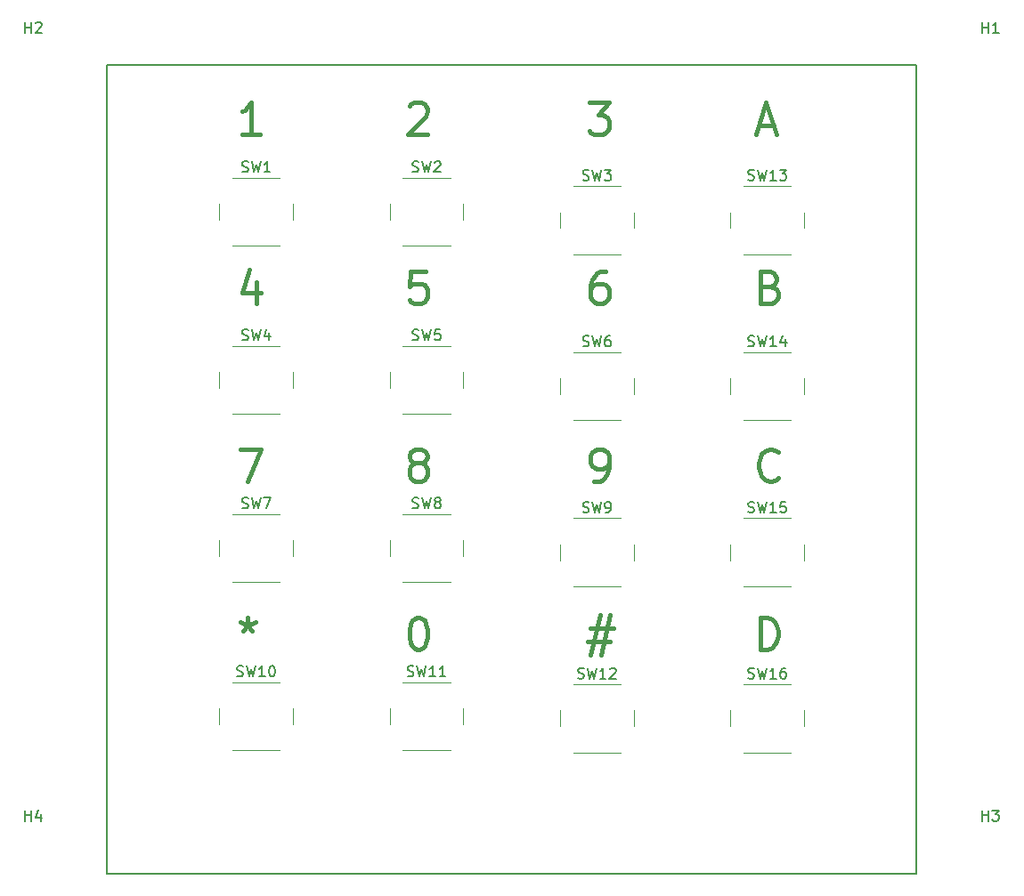
<source format=gbr>
%TF.GenerationSoftware,KiCad,Pcbnew,7.0.7*%
%TF.CreationDate,2023-12-23T12:05:02-04:00*%
%TF.ProjectId,teclado 4x4 i2c,7465636c-6164-46f2-9034-783420693263,rev?*%
%TF.SameCoordinates,Original*%
%TF.FileFunction,Legend,Top*%
%TF.FilePolarity,Positive*%
%FSLAX46Y46*%
G04 Gerber Fmt 4.6, Leading zero omitted, Abs format (unit mm)*
G04 Created by KiCad (PCBNEW 7.0.7) date 2023-12-23 12:05:02*
%MOMM*%
%LPD*%
G01*
G04 APERTURE LIST*
%ADD10C,0.400000*%
%ADD11C,0.150000*%
%ADD12C,0.120000*%
G04 APERTURE END LIST*
D10*
X160116636Y-123612057D02*
X160116636Y-120612057D01*
X160116636Y-120612057D02*
X160830922Y-120612057D01*
X160830922Y-120612057D02*
X161259493Y-120754914D01*
X161259493Y-120754914D02*
X161545208Y-121040628D01*
X161545208Y-121040628D02*
X161688065Y-121326342D01*
X161688065Y-121326342D02*
X161830922Y-121897771D01*
X161830922Y-121897771D02*
X161830922Y-122326342D01*
X161830922Y-122326342D02*
X161688065Y-122897771D01*
X161688065Y-122897771D02*
X161545208Y-123183485D01*
X161545208Y-123183485D02*
X161259493Y-123469200D01*
X161259493Y-123469200D02*
X160830922Y-123612057D01*
X160830922Y-123612057D02*
X160116636Y-123612057D01*
X161830922Y-107326342D02*
X161688065Y-107469200D01*
X161688065Y-107469200D02*
X161259493Y-107612057D01*
X161259493Y-107612057D02*
X160973779Y-107612057D01*
X160973779Y-107612057D02*
X160545208Y-107469200D01*
X160545208Y-107469200D02*
X160259493Y-107183485D01*
X160259493Y-107183485D02*
X160116636Y-106897771D01*
X160116636Y-106897771D02*
X159973779Y-106326342D01*
X159973779Y-106326342D02*
X159973779Y-105897771D01*
X159973779Y-105897771D02*
X160116636Y-105326342D01*
X160116636Y-105326342D02*
X160259493Y-105040628D01*
X160259493Y-105040628D02*
X160545208Y-104754914D01*
X160545208Y-104754914D02*
X160973779Y-104612057D01*
X160973779Y-104612057D02*
X161259493Y-104612057D01*
X161259493Y-104612057D02*
X161688065Y-104754914D01*
X161688065Y-104754914D02*
X161830922Y-104897771D01*
X144303030Y-107612057D02*
X144874459Y-107612057D01*
X144874459Y-107612057D02*
X145160173Y-107469200D01*
X145160173Y-107469200D02*
X145303030Y-107326342D01*
X145303030Y-107326342D02*
X145588745Y-106897771D01*
X145588745Y-106897771D02*
X145731602Y-106326342D01*
X145731602Y-106326342D02*
X145731602Y-105183485D01*
X145731602Y-105183485D02*
X145588745Y-104897771D01*
X145588745Y-104897771D02*
X145445888Y-104754914D01*
X145445888Y-104754914D02*
X145160173Y-104612057D01*
X145160173Y-104612057D02*
X144588745Y-104612057D01*
X144588745Y-104612057D02*
X144303030Y-104754914D01*
X144303030Y-104754914D02*
X144160173Y-104897771D01*
X144160173Y-104897771D02*
X144017316Y-105183485D01*
X144017316Y-105183485D02*
X144017316Y-105897771D01*
X144017316Y-105897771D02*
X144160173Y-106183485D01*
X144160173Y-106183485D02*
X144303030Y-106326342D01*
X144303030Y-106326342D02*
X144588745Y-106469200D01*
X144588745Y-106469200D02*
X145160173Y-106469200D01*
X145160173Y-106469200D02*
X145445888Y-106326342D01*
X145445888Y-106326342D02*
X145588745Y-106183485D01*
X145588745Y-106183485D02*
X145731602Y-105897771D01*
X144017316Y-121612057D02*
X146160173Y-121612057D01*
X144874459Y-120326342D02*
X144017316Y-124183485D01*
X145874459Y-122897771D02*
X143731602Y-122897771D01*
X145017316Y-124183485D02*
X145874459Y-120326342D01*
X127477983Y-120612057D02*
X127763697Y-120612057D01*
X127763697Y-120612057D02*
X128049411Y-120754914D01*
X128049411Y-120754914D02*
X128192269Y-120897771D01*
X128192269Y-120897771D02*
X128335126Y-121183485D01*
X128335126Y-121183485D02*
X128477983Y-121754914D01*
X128477983Y-121754914D02*
X128477983Y-122469200D01*
X128477983Y-122469200D02*
X128335126Y-123040628D01*
X128335126Y-123040628D02*
X128192269Y-123326342D01*
X128192269Y-123326342D02*
X128049411Y-123469200D01*
X128049411Y-123469200D02*
X127763697Y-123612057D01*
X127763697Y-123612057D02*
X127477983Y-123612057D01*
X127477983Y-123612057D02*
X127192269Y-123469200D01*
X127192269Y-123469200D02*
X127049411Y-123326342D01*
X127049411Y-123326342D02*
X126906554Y-123040628D01*
X126906554Y-123040628D02*
X126763697Y-122469200D01*
X126763697Y-122469200D02*
X126763697Y-121754914D01*
X126763697Y-121754914D02*
X126906554Y-121183485D01*
X126906554Y-121183485D02*
X127049411Y-120897771D01*
X127049411Y-120897771D02*
X127192269Y-120754914D01*
X127192269Y-120754914D02*
X127477983Y-120612057D01*
X111406014Y-120612057D02*
X111406014Y-121326342D01*
X110691728Y-121040628D02*
X111406014Y-121326342D01*
X111406014Y-121326342D02*
X112120299Y-121040628D01*
X110977442Y-121897771D02*
X111406014Y-121326342D01*
X111406014Y-121326342D02*
X111834585Y-121897771D01*
X127335126Y-105897771D02*
X127049411Y-105754914D01*
X127049411Y-105754914D02*
X126906554Y-105612057D01*
X126906554Y-105612057D02*
X126763697Y-105326342D01*
X126763697Y-105326342D02*
X126763697Y-105183485D01*
X126763697Y-105183485D02*
X126906554Y-104897771D01*
X126906554Y-104897771D02*
X127049411Y-104754914D01*
X127049411Y-104754914D02*
X127335126Y-104612057D01*
X127335126Y-104612057D02*
X127906554Y-104612057D01*
X127906554Y-104612057D02*
X128192269Y-104754914D01*
X128192269Y-104754914D02*
X128335126Y-104897771D01*
X128335126Y-104897771D02*
X128477983Y-105183485D01*
X128477983Y-105183485D02*
X128477983Y-105326342D01*
X128477983Y-105326342D02*
X128335126Y-105612057D01*
X128335126Y-105612057D02*
X128192269Y-105754914D01*
X128192269Y-105754914D02*
X127906554Y-105897771D01*
X127906554Y-105897771D02*
X127335126Y-105897771D01*
X127335126Y-105897771D02*
X127049411Y-106040628D01*
X127049411Y-106040628D02*
X126906554Y-106183485D01*
X126906554Y-106183485D02*
X126763697Y-106469200D01*
X126763697Y-106469200D02*
X126763697Y-107040628D01*
X126763697Y-107040628D02*
X126906554Y-107326342D01*
X126906554Y-107326342D02*
X127049411Y-107469200D01*
X127049411Y-107469200D02*
X127335126Y-107612057D01*
X127335126Y-107612057D02*
X127906554Y-107612057D01*
X127906554Y-107612057D02*
X128192269Y-107469200D01*
X128192269Y-107469200D02*
X128335126Y-107326342D01*
X128335126Y-107326342D02*
X128477983Y-107040628D01*
X128477983Y-107040628D02*
X128477983Y-106469200D01*
X128477983Y-106469200D02*
X128335126Y-106183485D01*
X128335126Y-106183485D02*
X128192269Y-106040628D01*
X128192269Y-106040628D02*
X127906554Y-105897771D01*
X110691728Y-104612057D02*
X112691728Y-104612057D01*
X112691728Y-104612057D02*
X111406014Y-107612057D01*
X112263157Y-88682944D02*
X112263157Y-90682944D01*
X111548871Y-87540087D02*
X110834585Y-89682944D01*
X110834585Y-89682944D02*
X112691728Y-89682944D01*
X128335126Y-87682944D02*
X126906554Y-87682944D01*
X126906554Y-87682944D02*
X126763697Y-89111515D01*
X126763697Y-89111515D02*
X126906554Y-88968658D01*
X126906554Y-88968658D02*
X127192269Y-88825801D01*
X127192269Y-88825801D02*
X127906554Y-88825801D01*
X127906554Y-88825801D02*
X128192269Y-88968658D01*
X128192269Y-88968658D02*
X128335126Y-89111515D01*
X128335126Y-89111515D02*
X128477983Y-89397229D01*
X128477983Y-89397229D02*
X128477983Y-90111515D01*
X128477983Y-90111515D02*
X128335126Y-90397229D01*
X128335126Y-90397229D02*
X128192269Y-90540087D01*
X128192269Y-90540087D02*
X127906554Y-90682944D01*
X127906554Y-90682944D02*
X127192269Y-90682944D01*
X127192269Y-90682944D02*
X126906554Y-90540087D01*
X126906554Y-90540087D02*
X126763697Y-90397229D01*
X145445888Y-87682944D02*
X144874459Y-87682944D01*
X144874459Y-87682944D02*
X144588745Y-87825801D01*
X144588745Y-87825801D02*
X144445888Y-87968658D01*
X144445888Y-87968658D02*
X144160173Y-88397229D01*
X144160173Y-88397229D02*
X144017316Y-88968658D01*
X144017316Y-88968658D02*
X144017316Y-90111515D01*
X144017316Y-90111515D02*
X144160173Y-90397229D01*
X144160173Y-90397229D02*
X144303030Y-90540087D01*
X144303030Y-90540087D02*
X144588745Y-90682944D01*
X144588745Y-90682944D02*
X145160173Y-90682944D01*
X145160173Y-90682944D02*
X145445888Y-90540087D01*
X145445888Y-90540087D02*
X145588745Y-90397229D01*
X145588745Y-90397229D02*
X145731602Y-90111515D01*
X145731602Y-90111515D02*
X145731602Y-89397229D01*
X145731602Y-89397229D02*
X145588745Y-89111515D01*
X145588745Y-89111515D02*
X145445888Y-88968658D01*
X145445888Y-88968658D02*
X145160173Y-88825801D01*
X145160173Y-88825801D02*
X144588745Y-88825801D01*
X144588745Y-88825801D02*
X144303030Y-88968658D01*
X144303030Y-88968658D02*
X144160173Y-89111515D01*
X144160173Y-89111515D02*
X144017316Y-89397229D01*
X161116636Y-89111515D02*
X161545208Y-89254372D01*
X161545208Y-89254372D02*
X161688065Y-89397229D01*
X161688065Y-89397229D02*
X161830922Y-89682944D01*
X161830922Y-89682944D02*
X161830922Y-90111515D01*
X161830922Y-90111515D02*
X161688065Y-90397229D01*
X161688065Y-90397229D02*
X161545208Y-90540087D01*
X161545208Y-90540087D02*
X161259493Y-90682944D01*
X161259493Y-90682944D02*
X160116636Y-90682944D01*
X160116636Y-90682944D02*
X160116636Y-87682944D01*
X160116636Y-87682944D02*
X161116636Y-87682944D01*
X161116636Y-87682944D02*
X161402351Y-87825801D01*
X161402351Y-87825801D02*
X161545208Y-87968658D01*
X161545208Y-87968658D02*
X161688065Y-88254372D01*
X161688065Y-88254372D02*
X161688065Y-88540087D01*
X161688065Y-88540087D02*
X161545208Y-88825801D01*
X161545208Y-88825801D02*
X161402351Y-88968658D01*
X161402351Y-88968658D02*
X161116636Y-89111515D01*
X161116636Y-89111515D02*
X160116636Y-89111515D01*
X159973779Y-73754914D02*
X161402351Y-73754914D01*
X159688065Y-74612057D02*
X160688065Y-71612057D01*
X160688065Y-71612057D02*
X161688065Y-74612057D01*
X143874459Y-71612057D02*
X145731602Y-71612057D01*
X145731602Y-71612057D02*
X144731602Y-72754914D01*
X144731602Y-72754914D02*
X145160173Y-72754914D01*
X145160173Y-72754914D02*
X145445888Y-72897771D01*
X145445888Y-72897771D02*
X145588745Y-73040628D01*
X145588745Y-73040628D02*
X145731602Y-73326342D01*
X145731602Y-73326342D02*
X145731602Y-74040628D01*
X145731602Y-74040628D02*
X145588745Y-74326342D01*
X145588745Y-74326342D02*
X145445888Y-74469200D01*
X145445888Y-74469200D02*
X145160173Y-74612057D01*
X145160173Y-74612057D02*
X144303030Y-74612057D01*
X144303030Y-74612057D02*
X144017316Y-74469200D01*
X144017316Y-74469200D02*
X143874459Y-74326342D01*
X126763697Y-71897771D02*
X126906554Y-71754914D01*
X126906554Y-71754914D02*
X127192269Y-71612057D01*
X127192269Y-71612057D02*
X127906554Y-71612057D01*
X127906554Y-71612057D02*
X128192269Y-71754914D01*
X128192269Y-71754914D02*
X128335126Y-71897771D01*
X128335126Y-71897771D02*
X128477983Y-72183485D01*
X128477983Y-72183485D02*
X128477983Y-72469200D01*
X128477983Y-72469200D02*
X128335126Y-72897771D01*
X128335126Y-72897771D02*
X126620840Y-74612057D01*
X126620840Y-74612057D02*
X128477983Y-74612057D01*
X112548871Y-74612057D02*
X110834585Y-74612057D01*
X111691728Y-74612057D02*
X111691728Y-71612057D01*
X111691728Y-71612057D02*
X111406014Y-72040628D01*
X111406014Y-72040628D02*
X111120299Y-72326342D01*
X111120299Y-72326342D02*
X110834585Y-72469200D01*
D11*
X98000000Y-68000000D02*
X175000000Y-68000000D01*
X175000000Y-145000000D01*
X98000000Y-145000000D01*
X98000000Y-68000000D01*
X158990476Y-126357200D02*
X159133333Y-126404819D01*
X159133333Y-126404819D02*
X159371428Y-126404819D01*
X159371428Y-126404819D02*
X159466666Y-126357200D01*
X159466666Y-126357200D02*
X159514285Y-126309580D01*
X159514285Y-126309580D02*
X159561904Y-126214342D01*
X159561904Y-126214342D02*
X159561904Y-126119104D01*
X159561904Y-126119104D02*
X159514285Y-126023866D01*
X159514285Y-126023866D02*
X159466666Y-125976247D01*
X159466666Y-125976247D02*
X159371428Y-125928628D01*
X159371428Y-125928628D02*
X159180952Y-125881009D01*
X159180952Y-125881009D02*
X159085714Y-125833390D01*
X159085714Y-125833390D02*
X159038095Y-125785771D01*
X159038095Y-125785771D02*
X158990476Y-125690533D01*
X158990476Y-125690533D02*
X158990476Y-125595295D01*
X158990476Y-125595295D02*
X159038095Y-125500057D01*
X159038095Y-125500057D02*
X159085714Y-125452438D01*
X159085714Y-125452438D02*
X159180952Y-125404819D01*
X159180952Y-125404819D02*
X159419047Y-125404819D01*
X159419047Y-125404819D02*
X159561904Y-125452438D01*
X159895238Y-125404819D02*
X160133333Y-126404819D01*
X160133333Y-126404819D02*
X160323809Y-125690533D01*
X160323809Y-125690533D02*
X160514285Y-126404819D01*
X160514285Y-126404819D02*
X160752381Y-125404819D01*
X161657142Y-126404819D02*
X161085714Y-126404819D01*
X161371428Y-126404819D02*
X161371428Y-125404819D01*
X161371428Y-125404819D02*
X161276190Y-125547676D01*
X161276190Y-125547676D02*
X161180952Y-125642914D01*
X161180952Y-125642914D02*
X161085714Y-125690533D01*
X162514285Y-125404819D02*
X162323809Y-125404819D01*
X162323809Y-125404819D02*
X162228571Y-125452438D01*
X162228571Y-125452438D02*
X162180952Y-125500057D01*
X162180952Y-125500057D02*
X162085714Y-125642914D01*
X162085714Y-125642914D02*
X162038095Y-125833390D01*
X162038095Y-125833390D02*
X162038095Y-126214342D01*
X162038095Y-126214342D02*
X162085714Y-126309580D01*
X162085714Y-126309580D02*
X162133333Y-126357200D01*
X162133333Y-126357200D02*
X162228571Y-126404819D01*
X162228571Y-126404819D02*
X162419047Y-126404819D01*
X162419047Y-126404819D02*
X162514285Y-126357200D01*
X162514285Y-126357200D02*
X162561904Y-126309580D01*
X162561904Y-126309580D02*
X162609523Y-126214342D01*
X162609523Y-126214342D02*
X162609523Y-125976247D01*
X162609523Y-125976247D02*
X162561904Y-125881009D01*
X162561904Y-125881009D02*
X162514285Y-125833390D01*
X162514285Y-125833390D02*
X162419047Y-125785771D01*
X162419047Y-125785771D02*
X162228571Y-125785771D01*
X162228571Y-125785771D02*
X162133333Y-125833390D01*
X162133333Y-125833390D02*
X162085714Y-125881009D01*
X162085714Y-125881009D02*
X162038095Y-125976247D01*
X158990476Y-110557200D02*
X159133333Y-110604819D01*
X159133333Y-110604819D02*
X159371428Y-110604819D01*
X159371428Y-110604819D02*
X159466666Y-110557200D01*
X159466666Y-110557200D02*
X159514285Y-110509580D01*
X159514285Y-110509580D02*
X159561904Y-110414342D01*
X159561904Y-110414342D02*
X159561904Y-110319104D01*
X159561904Y-110319104D02*
X159514285Y-110223866D01*
X159514285Y-110223866D02*
X159466666Y-110176247D01*
X159466666Y-110176247D02*
X159371428Y-110128628D01*
X159371428Y-110128628D02*
X159180952Y-110081009D01*
X159180952Y-110081009D02*
X159085714Y-110033390D01*
X159085714Y-110033390D02*
X159038095Y-109985771D01*
X159038095Y-109985771D02*
X158990476Y-109890533D01*
X158990476Y-109890533D02*
X158990476Y-109795295D01*
X158990476Y-109795295D02*
X159038095Y-109700057D01*
X159038095Y-109700057D02*
X159085714Y-109652438D01*
X159085714Y-109652438D02*
X159180952Y-109604819D01*
X159180952Y-109604819D02*
X159419047Y-109604819D01*
X159419047Y-109604819D02*
X159561904Y-109652438D01*
X159895238Y-109604819D02*
X160133333Y-110604819D01*
X160133333Y-110604819D02*
X160323809Y-109890533D01*
X160323809Y-109890533D02*
X160514285Y-110604819D01*
X160514285Y-110604819D02*
X160752381Y-109604819D01*
X161657142Y-110604819D02*
X161085714Y-110604819D01*
X161371428Y-110604819D02*
X161371428Y-109604819D01*
X161371428Y-109604819D02*
X161276190Y-109747676D01*
X161276190Y-109747676D02*
X161180952Y-109842914D01*
X161180952Y-109842914D02*
X161085714Y-109890533D01*
X162561904Y-109604819D02*
X162085714Y-109604819D01*
X162085714Y-109604819D02*
X162038095Y-110081009D01*
X162038095Y-110081009D02*
X162085714Y-110033390D01*
X162085714Y-110033390D02*
X162180952Y-109985771D01*
X162180952Y-109985771D02*
X162419047Y-109985771D01*
X162419047Y-109985771D02*
X162514285Y-110033390D01*
X162514285Y-110033390D02*
X162561904Y-110081009D01*
X162561904Y-110081009D02*
X162609523Y-110176247D01*
X162609523Y-110176247D02*
X162609523Y-110414342D01*
X162609523Y-110414342D02*
X162561904Y-110509580D01*
X162561904Y-110509580D02*
X162514285Y-110557200D01*
X162514285Y-110557200D02*
X162419047Y-110604819D01*
X162419047Y-110604819D02*
X162180952Y-110604819D01*
X162180952Y-110604819D02*
X162085714Y-110557200D01*
X162085714Y-110557200D02*
X162038095Y-110509580D01*
X158990476Y-94757200D02*
X159133333Y-94804819D01*
X159133333Y-94804819D02*
X159371428Y-94804819D01*
X159371428Y-94804819D02*
X159466666Y-94757200D01*
X159466666Y-94757200D02*
X159514285Y-94709580D01*
X159514285Y-94709580D02*
X159561904Y-94614342D01*
X159561904Y-94614342D02*
X159561904Y-94519104D01*
X159561904Y-94519104D02*
X159514285Y-94423866D01*
X159514285Y-94423866D02*
X159466666Y-94376247D01*
X159466666Y-94376247D02*
X159371428Y-94328628D01*
X159371428Y-94328628D02*
X159180952Y-94281009D01*
X159180952Y-94281009D02*
X159085714Y-94233390D01*
X159085714Y-94233390D02*
X159038095Y-94185771D01*
X159038095Y-94185771D02*
X158990476Y-94090533D01*
X158990476Y-94090533D02*
X158990476Y-93995295D01*
X158990476Y-93995295D02*
X159038095Y-93900057D01*
X159038095Y-93900057D02*
X159085714Y-93852438D01*
X159085714Y-93852438D02*
X159180952Y-93804819D01*
X159180952Y-93804819D02*
X159419047Y-93804819D01*
X159419047Y-93804819D02*
X159561904Y-93852438D01*
X159895238Y-93804819D02*
X160133333Y-94804819D01*
X160133333Y-94804819D02*
X160323809Y-94090533D01*
X160323809Y-94090533D02*
X160514285Y-94804819D01*
X160514285Y-94804819D02*
X160752381Y-93804819D01*
X161657142Y-94804819D02*
X161085714Y-94804819D01*
X161371428Y-94804819D02*
X161371428Y-93804819D01*
X161371428Y-93804819D02*
X161276190Y-93947676D01*
X161276190Y-93947676D02*
X161180952Y-94042914D01*
X161180952Y-94042914D02*
X161085714Y-94090533D01*
X162514285Y-94138152D02*
X162514285Y-94804819D01*
X162276190Y-93757200D02*
X162038095Y-94471485D01*
X162038095Y-94471485D02*
X162657142Y-94471485D01*
X158990476Y-78957200D02*
X159133333Y-79004819D01*
X159133333Y-79004819D02*
X159371428Y-79004819D01*
X159371428Y-79004819D02*
X159466666Y-78957200D01*
X159466666Y-78957200D02*
X159514285Y-78909580D01*
X159514285Y-78909580D02*
X159561904Y-78814342D01*
X159561904Y-78814342D02*
X159561904Y-78719104D01*
X159561904Y-78719104D02*
X159514285Y-78623866D01*
X159514285Y-78623866D02*
X159466666Y-78576247D01*
X159466666Y-78576247D02*
X159371428Y-78528628D01*
X159371428Y-78528628D02*
X159180952Y-78481009D01*
X159180952Y-78481009D02*
X159085714Y-78433390D01*
X159085714Y-78433390D02*
X159038095Y-78385771D01*
X159038095Y-78385771D02*
X158990476Y-78290533D01*
X158990476Y-78290533D02*
X158990476Y-78195295D01*
X158990476Y-78195295D02*
X159038095Y-78100057D01*
X159038095Y-78100057D02*
X159085714Y-78052438D01*
X159085714Y-78052438D02*
X159180952Y-78004819D01*
X159180952Y-78004819D02*
X159419047Y-78004819D01*
X159419047Y-78004819D02*
X159561904Y-78052438D01*
X159895238Y-78004819D02*
X160133333Y-79004819D01*
X160133333Y-79004819D02*
X160323809Y-78290533D01*
X160323809Y-78290533D02*
X160514285Y-79004819D01*
X160514285Y-79004819D02*
X160752381Y-78004819D01*
X161657142Y-79004819D02*
X161085714Y-79004819D01*
X161371428Y-79004819D02*
X161371428Y-78004819D01*
X161371428Y-78004819D02*
X161276190Y-78147676D01*
X161276190Y-78147676D02*
X161180952Y-78242914D01*
X161180952Y-78242914D02*
X161085714Y-78290533D01*
X161990476Y-78004819D02*
X162609523Y-78004819D01*
X162609523Y-78004819D02*
X162276190Y-78385771D01*
X162276190Y-78385771D02*
X162419047Y-78385771D01*
X162419047Y-78385771D02*
X162514285Y-78433390D01*
X162514285Y-78433390D02*
X162561904Y-78481009D01*
X162561904Y-78481009D02*
X162609523Y-78576247D01*
X162609523Y-78576247D02*
X162609523Y-78814342D01*
X162609523Y-78814342D02*
X162561904Y-78909580D01*
X162561904Y-78909580D02*
X162514285Y-78957200D01*
X162514285Y-78957200D02*
X162419047Y-79004819D01*
X162419047Y-79004819D02*
X162133333Y-79004819D01*
X162133333Y-79004819D02*
X162038095Y-78957200D01*
X162038095Y-78957200D02*
X161990476Y-78909580D01*
X142790476Y-126357200D02*
X142933333Y-126404819D01*
X142933333Y-126404819D02*
X143171428Y-126404819D01*
X143171428Y-126404819D02*
X143266666Y-126357200D01*
X143266666Y-126357200D02*
X143314285Y-126309580D01*
X143314285Y-126309580D02*
X143361904Y-126214342D01*
X143361904Y-126214342D02*
X143361904Y-126119104D01*
X143361904Y-126119104D02*
X143314285Y-126023866D01*
X143314285Y-126023866D02*
X143266666Y-125976247D01*
X143266666Y-125976247D02*
X143171428Y-125928628D01*
X143171428Y-125928628D02*
X142980952Y-125881009D01*
X142980952Y-125881009D02*
X142885714Y-125833390D01*
X142885714Y-125833390D02*
X142838095Y-125785771D01*
X142838095Y-125785771D02*
X142790476Y-125690533D01*
X142790476Y-125690533D02*
X142790476Y-125595295D01*
X142790476Y-125595295D02*
X142838095Y-125500057D01*
X142838095Y-125500057D02*
X142885714Y-125452438D01*
X142885714Y-125452438D02*
X142980952Y-125404819D01*
X142980952Y-125404819D02*
X143219047Y-125404819D01*
X143219047Y-125404819D02*
X143361904Y-125452438D01*
X143695238Y-125404819D02*
X143933333Y-126404819D01*
X143933333Y-126404819D02*
X144123809Y-125690533D01*
X144123809Y-125690533D02*
X144314285Y-126404819D01*
X144314285Y-126404819D02*
X144552381Y-125404819D01*
X145457142Y-126404819D02*
X144885714Y-126404819D01*
X145171428Y-126404819D02*
X145171428Y-125404819D01*
X145171428Y-125404819D02*
X145076190Y-125547676D01*
X145076190Y-125547676D02*
X144980952Y-125642914D01*
X144980952Y-125642914D02*
X144885714Y-125690533D01*
X145838095Y-125500057D02*
X145885714Y-125452438D01*
X145885714Y-125452438D02*
X145980952Y-125404819D01*
X145980952Y-125404819D02*
X146219047Y-125404819D01*
X146219047Y-125404819D02*
X146314285Y-125452438D01*
X146314285Y-125452438D02*
X146361904Y-125500057D01*
X146361904Y-125500057D02*
X146409523Y-125595295D01*
X146409523Y-125595295D02*
X146409523Y-125690533D01*
X146409523Y-125690533D02*
X146361904Y-125833390D01*
X146361904Y-125833390D02*
X145790476Y-126404819D01*
X145790476Y-126404819D02*
X146409523Y-126404819D01*
X126590476Y-126157200D02*
X126733333Y-126204819D01*
X126733333Y-126204819D02*
X126971428Y-126204819D01*
X126971428Y-126204819D02*
X127066666Y-126157200D01*
X127066666Y-126157200D02*
X127114285Y-126109580D01*
X127114285Y-126109580D02*
X127161904Y-126014342D01*
X127161904Y-126014342D02*
X127161904Y-125919104D01*
X127161904Y-125919104D02*
X127114285Y-125823866D01*
X127114285Y-125823866D02*
X127066666Y-125776247D01*
X127066666Y-125776247D02*
X126971428Y-125728628D01*
X126971428Y-125728628D02*
X126780952Y-125681009D01*
X126780952Y-125681009D02*
X126685714Y-125633390D01*
X126685714Y-125633390D02*
X126638095Y-125585771D01*
X126638095Y-125585771D02*
X126590476Y-125490533D01*
X126590476Y-125490533D02*
X126590476Y-125395295D01*
X126590476Y-125395295D02*
X126638095Y-125300057D01*
X126638095Y-125300057D02*
X126685714Y-125252438D01*
X126685714Y-125252438D02*
X126780952Y-125204819D01*
X126780952Y-125204819D02*
X127019047Y-125204819D01*
X127019047Y-125204819D02*
X127161904Y-125252438D01*
X127495238Y-125204819D02*
X127733333Y-126204819D01*
X127733333Y-126204819D02*
X127923809Y-125490533D01*
X127923809Y-125490533D02*
X128114285Y-126204819D01*
X128114285Y-126204819D02*
X128352381Y-125204819D01*
X129257142Y-126204819D02*
X128685714Y-126204819D01*
X128971428Y-126204819D02*
X128971428Y-125204819D01*
X128971428Y-125204819D02*
X128876190Y-125347676D01*
X128876190Y-125347676D02*
X128780952Y-125442914D01*
X128780952Y-125442914D02*
X128685714Y-125490533D01*
X130209523Y-126204819D02*
X129638095Y-126204819D01*
X129923809Y-126204819D02*
X129923809Y-125204819D01*
X129923809Y-125204819D02*
X129828571Y-125347676D01*
X129828571Y-125347676D02*
X129733333Y-125442914D01*
X129733333Y-125442914D02*
X129638095Y-125490533D01*
X110390476Y-126157200D02*
X110533333Y-126204819D01*
X110533333Y-126204819D02*
X110771428Y-126204819D01*
X110771428Y-126204819D02*
X110866666Y-126157200D01*
X110866666Y-126157200D02*
X110914285Y-126109580D01*
X110914285Y-126109580D02*
X110961904Y-126014342D01*
X110961904Y-126014342D02*
X110961904Y-125919104D01*
X110961904Y-125919104D02*
X110914285Y-125823866D01*
X110914285Y-125823866D02*
X110866666Y-125776247D01*
X110866666Y-125776247D02*
X110771428Y-125728628D01*
X110771428Y-125728628D02*
X110580952Y-125681009D01*
X110580952Y-125681009D02*
X110485714Y-125633390D01*
X110485714Y-125633390D02*
X110438095Y-125585771D01*
X110438095Y-125585771D02*
X110390476Y-125490533D01*
X110390476Y-125490533D02*
X110390476Y-125395295D01*
X110390476Y-125395295D02*
X110438095Y-125300057D01*
X110438095Y-125300057D02*
X110485714Y-125252438D01*
X110485714Y-125252438D02*
X110580952Y-125204819D01*
X110580952Y-125204819D02*
X110819047Y-125204819D01*
X110819047Y-125204819D02*
X110961904Y-125252438D01*
X111295238Y-125204819D02*
X111533333Y-126204819D01*
X111533333Y-126204819D02*
X111723809Y-125490533D01*
X111723809Y-125490533D02*
X111914285Y-126204819D01*
X111914285Y-126204819D02*
X112152381Y-125204819D01*
X113057142Y-126204819D02*
X112485714Y-126204819D01*
X112771428Y-126204819D02*
X112771428Y-125204819D01*
X112771428Y-125204819D02*
X112676190Y-125347676D01*
X112676190Y-125347676D02*
X112580952Y-125442914D01*
X112580952Y-125442914D02*
X112485714Y-125490533D01*
X113676190Y-125204819D02*
X113771428Y-125204819D01*
X113771428Y-125204819D02*
X113866666Y-125252438D01*
X113866666Y-125252438D02*
X113914285Y-125300057D01*
X113914285Y-125300057D02*
X113961904Y-125395295D01*
X113961904Y-125395295D02*
X114009523Y-125585771D01*
X114009523Y-125585771D02*
X114009523Y-125823866D01*
X114009523Y-125823866D02*
X113961904Y-126014342D01*
X113961904Y-126014342D02*
X113914285Y-126109580D01*
X113914285Y-126109580D02*
X113866666Y-126157200D01*
X113866666Y-126157200D02*
X113771428Y-126204819D01*
X113771428Y-126204819D02*
X113676190Y-126204819D01*
X113676190Y-126204819D02*
X113580952Y-126157200D01*
X113580952Y-126157200D02*
X113533333Y-126109580D01*
X113533333Y-126109580D02*
X113485714Y-126014342D01*
X113485714Y-126014342D02*
X113438095Y-125823866D01*
X113438095Y-125823866D02*
X113438095Y-125585771D01*
X113438095Y-125585771D02*
X113485714Y-125395295D01*
X113485714Y-125395295D02*
X113533333Y-125300057D01*
X113533333Y-125300057D02*
X113580952Y-125252438D01*
X113580952Y-125252438D02*
X113676190Y-125204819D01*
X143266667Y-110557200D02*
X143409524Y-110604819D01*
X143409524Y-110604819D02*
X143647619Y-110604819D01*
X143647619Y-110604819D02*
X143742857Y-110557200D01*
X143742857Y-110557200D02*
X143790476Y-110509580D01*
X143790476Y-110509580D02*
X143838095Y-110414342D01*
X143838095Y-110414342D02*
X143838095Y-110319104D01*
X143838095Y-110319104D02*
X143790476Y-110223866D01*
X143790476Y-110223866D02*
X143742857Y-110176247D01*
X143742857Y-110176247D02*
X143647619Y-110128628D01*
X143647619Y-110128628D02*
X143457143Y-110081009D01*
X143457143Y-110081009D02*
X143361905Y-110033390D01*
X143361905Y-110033390D02*
X143314286Y-109985771D01*
X143314286Y-109985771D02*
X143266667Y-109890533D01*
X143266667Y-109890533D02*
X143266667Y-109795295D01*
X143266667Y-109795295D02*
X143314286Y-109700057D01*
X143314286Y-109700057D02*
X143361905Y-109652438D01*
X143361905Y-109652438D02*
X143457143Y-109604819D01*
X143457143Y-109604819D02*
X143695238Y-109604819D01*
X143695238Y-109604819D02*
X143838095Y-109652438D01*
X144171429Y-109604819D02*
X144409524Y-110604819D01*
X144409524Y-110604819D02*
X144600000Y-109890533D01*
X144600000Y-109890533D02*
X144790476Y-110604819D01*
X144790476Y-110604819D02*
X145028572Y-109604819D01*
X145457143Y-110604819D02*
X145647619Y-110604819D01*
X145647619Y-110604819D02*
X145742857Y-110557200D01*
X145742857Y-110557200D02*
X145790476Y-110509580D01*
X145790476Y-110509580D02*
X145885714Y-110366723D01*
X145885714Y-110366723D02*
X145933333Y-110176247D01*
X145933333Y-110176247D02*
X145933333Y-109795295D01*
X145933333Y-109795295D02*
X145885714Y-109700057D01*
X145885714Y-109700057D02*
X145838095Y-109652438D01*
X145838095Y-109652438D02*
X145742857Y-109604819D01*
X145742857Y-109604819D02*
X145552381Y-109604819D01*
X145552381Y-109604819D02*
X145457143Y-109652438D01*
X145457143Y-109652438D02*
X145409524Y-109700057D01*
X145409524Y-109700057D02*
X145361905Y-109795295D01*
X145361905Y-109795295D02*
X145361905Y-110033390D01*
X145361905Y-110033390D02*
X145409524Y-110128628D01*
X145409524Y-110128628D02*
X145457143Y-110176247D01*
X145457143Y-110176247D02*
X145552381Y-110223866D01*
X145552381Y-110223866D02*
X145742857Y-110223866D01*
X145742857Y-110223866D02*
X145838095Y-110176247D01*
X145838095Y-110176247D02*
X145885714Y-110128628D01*
X145885714Y-110128628D02*
X145933333Y-110033390D01*
X127066667Y-110157200D02*
X127209524Y-110204819D01*
X127209524Y-110204819D02*
X127447619Y-110204819D01*
X127447619Y-110204819D02*
X127542857Y-110157200D01*
X127542857Y-110157200D02*
X127590476Y-110109580D01*
X127590476Y-110109580D02*
X127638095Y-110014342D01*
X127638095Y-110014342D02*
X127638095Y-109919104D01*
X127638095Y-109919104D02*
X127590476Y-109823866D01*
X127590476Y-109823866D02*
X127542857Y-109776247D01*
X127542857Y-109776247D02*
X127447619Y-109728628D01*
X127447619Y-109728628D02*
X127257143Y-109681009D01*
X127257143Y-109681009D02*
X127161905Y-109633390D01*
X127161905Y-109633390D02*
X127114286Y-109585771D01*
X127114286Y-109585771D02*
X127066667Y-109490533D01*
X127066667Y-109490533D02*
X127066667Y-109395295D01*
X127066667Y-109395295D02*
X127114286Y-109300057D01*
X127114286Y-109300057D02*
X127161905Y-109252438D01*
X127161905Y-109252438D02*
X127257143Y-109204819D01*
X127257143Y-109204819D02*
X127495238Y-109204819D01*
X127495238Y-109204819D02*
X127638095Y-109252438D01*
X127971429Y-109204819D02*
X128209524Y-110204819D01*
X128209524Y-110204819D02*
X128400000Y-109490533D01*
X128400000Y-109490533D02*
X128590476Y-110204819D01*
X128590476Y-110204819D02*
X128828572Y-109204819D01*
X129352381Y-109633390D02*
X129257143Y-109585771D01*
X129257143Y-109585771D02*
X129209524Y-109538152D01*
X129209524Y-109538152D02*
X129161905Y-109442914D01*
X129161905Y-109442914D02*
X129161905Y-109395295D01*
X129161905Y-109395295D02*
X129209524Y-109300057D01*
X129209524Y-109300057D02*
X129257143Y-109252438D01*
X129257143Y-109252438D02*
X129352381Y-109204819D01*
X129352381Y-109204819D02*
X129542857Y-109204819D01*
X129542857Y-109204819D02*
X129638095Y-109252438D01*
X129638095Y-109252438D02*
X129685714Y-109300057D01*
X129685714Y-109300057D02*
X129733333Y-109395295D01*
X129733333Y-109395295D02*
X129733333Y-109442914D01*
X129733333Y-109442914D02*
X129685714Y-109538152D01*
X129685714Y-109538152D02*
X129638095Y-109585771D01*
X129638095Y-109585771D02*
X129542857Y-109633390D01*
X129542857Y-109633390D02*
X129352381Y-109633390D01*
X129352381Y-109633390D02*
X129257143Y-109681009D01*
X129257143Y-109681009D02*
X129209524Y-109728628D01*
X129209524Y-109728628D02*
X129161905Y-109823866D01*
X129161905Y-109823866D02*
X129161905Y-110014342D01*
X129161905Y-110014342D02*
X129209524Y-110109580D01*
X129209524Y-110109580D02*
X129257143Y-110157200D01*
X129257143Y-110157200D02*
X129352381Y-110204819D01*
X129352381Y-110204819D02*
X129542857Y-110204819D01*
X129542857Y-110204819D02*
X129638095Y-110157200D01*
X129638095Y-110157200D02*
X129685714Y-110109580D01*
X129685714Y-110109580D02*
X129733333Y-110014342D01*
X129733333Y-110014342D02*
X129733333Y-109823866D01*
X129733333Y-109823866D02*
X129685714Y-109728628D01*
X129685714Y-109728628D02*
X129638095Y-109681009D01*
X129638095Y-109681009D02*
X129542857Y-109633390D01*
X110866667Y-110157200D02*
X111009524Y-110204819D01*
X111009524Y-110204819D02*
X111247619Y-110204819D01*
X111247619Y-110204819D02*
X111342857Y-110157200D01*
X111342857Y-110157200D02*
X111390476Y-110109580D01*
X111390476Y-110109580D02*
X111438095Y-110014342D01*
X111438095Y-110014342D02*
X111438095Y-109919104D01*
X111438095Y-109919104D02*
X111390476Y-109823866D01*
X111390476Y-109823866D02*
X111342857Y-109776247D01*
X111342857Y-109776247D02*
X111247619Y-109728628D01*
X111247619Y-109728628D02*
X111057143Y-109681009D01*
X111057143Y-109681009D02*
X110961905Y-109633390D01*
X110961905Y-109633390D02*
X110914286Y-109585771D01*
X110914286Y-109585771D02*
X110866667Y-109490533D01*
X110866667Y-109490533D02*
X110866667Y-109395295D01*
X110866667Y-109395295D02*
X110914286Y-109300057D01*
X110914286Y-109300057D02*
X110961905Y-109252438D01*
X110961905Y-109252438D02*
X111057143Y-109204819D01*
X111057143Y-109204819D02*
X111295238Y-109204819D01*
X111295238Y-109204819D02*
X111438095Y-109252438D01*
X111771429Y-109204819D02*
X112009524Y-110204819D01*
X112009524Y-110204819D02*
X112200000Y-109490533D01*
X112200000Y-109490533D02*
X112390476Y-110204819D01*
X112390476Y-110204819D02*
X112628572Y-109204819D01*
X112914286Y-109204819D02*
X113580952Y-109204819D01*
X113580952Y-109204819D02*
X113152381Y-110204819D01*
X143266667Y-94757200D02*
X143409524Y-94804819D01*
X143409524Y-94804819D02*
X143647619Y-94804819D01*
X143647619Y-94804819D02*
X143742857Y-94757200D01*
X143742857Y-94757200D02*
X143790476Y-94709580D01*
X143790476Y-94709580D02*
X143838095Y-94614342D01*
X143838095Y-94614342D02*
X143838095Y-94519104D01*
X143838095Y-94519104D02*
X143790476Y-94423866D01*
X143790476Y-94423866D02*
X143742857Y-94376247D01*
X143742857Y-94376247D02*
X143647619Y-94328628D01*
X143647619Y-94328628D02*
X143457143Y-94281009D01*
X143457143Y-94281009D02*
X143361905Y-94233390D01*
X143361905Y-94233390D02*
X143314286Y-94185771D01*
X143314286Y-94185771D02*
X143266667Y-94090533D01*
X143266667Y-94090533D02*
X143266667Y-93995295D01*
X143266667Y-93995295D02*
X143314286Y-93900057D01*
X143314286Y-93900057D02*
X143361905Y-93852438D01*
X143361905Y-93852438D02*
X143457143Y-93804819D01*
X143457143Y-93804819D02*
X143695238Y-93804819D01*
X143695238Y-93804819D02*
X143838095Y-93852438D01*
X144171429Y-93804819D02*
X144409524Y-94804819D01*
X144409524Y-94804819D02*
X144600000Y-94090533D01*
X144600000Y-94090533D02*
X144790476Y-94804819D01*
X144790476Y-94804819D02*
X145028572Y-93804819D01*
X145838095Y-93804819D02*
X145647619Y-93804819D01*
X145647619Y-93804819D02*
X145552381Y-93852438D01*
X145552381Y-93852438D02*
X145504762Y-93900057D01*
X145504762Y-93900057D02*
X145409524Y-94042914D01*
X145409524Y-94042914D02*
X145361905Y-94233390D01*
X145361905Y-94233390D02*
X145361905Y-94614342D01*
X145361905Y-94614342D02*
X145409524Y-94709580D01*
X145409524Y-94709580D02*
X145457143Y-94757200D01*
X145457143Y-94757200D02*
X145552381Y-94804819D01*
X145552381Y-94804819D02*
X145742857Y-94804819D01*
X145742857Y-94804819D02*
X145838095Y-94757200D01*
X145838095Y-94757200D02*
X145885714Y-94709580D01*
X145885714Y-94709580D02*
X145933333Y-94614342D01*
X145933333Y-94614342D02*
X145933333Y-94376247D01*
X145933333Y-94376247D02*
X145885714Y-94281009D01*
X145885714Y-94281009D02*
X145838095Y-94233390D01*
X145838095Y-94233390D02*
X145742857Y-94185771D01*
X145742857Y-94185771D02*
X145552381Y-94185771D01*
X145552381Y-94185771D02*
X145457143Y-94233390D01*
X145457143Y-94233390D02*
X145409524Y-94281009D01*
X145409524Y-94281009D02*
X145361905Y-94376247D01*
X127066667Y-94157200D02*
X127209524Y-94204819D01*
X127209524Y-94204819D02*
X127447619Y-94204819D01*
X127447619Y-94204819D02*
X127542857Y-94157200D01*
X127542857Y-94157200D02*
X127590476Y-94109580D01*
X127590476Y-94109580D02*
X127638095Y-94014342D01*
X127638095Y-94014342D02*
X127638095Y-93919104D01*
X127638095Y-93919104D02*
X127590476Y-93823866D01*
X127590476Y-93823866D02*
X127542857Y-93776247D01*
X127542857Y-93776247D02*
X127447619Y-93728628D01*
X127447619Y-93728628D02*
X127257143Y-93681009D01*
X127257143Y-93681009D02*
X127161905Y-93633390D01*
X127161905Y-93633390D02*
X127114286Y-93585771D01*
X127114286Y-93585771D02*
X127066667Y-93490533D01*
X127066667Y-93490533D02*
X127066667Y-93395295D01*
X127066667Y-93395295D02*
X127114286Y-93300057D01*
X127114286Y-93300057D02*
X127161905Y-93252438D01*
X127161905Y-93252438D02*
X127257143Y-93204819D01*
X127257143Y-93204819D02*
X127495238Y-93204819D01*
X127495238Y-93204819D02*
X127638095Y-93252438D01*
X127971429Y-93204819D02*
X128209524Y-94204819D01*
X128209524Y-94204819D02*
X128400000Y-93490533D01*
X128400000Y-93490533D02*
X128590476Y-94204819D01*
X128590476Y-94204819D02*
X128828572Y-93204819D01*
X129685714Y-93204819D02*
X129209524Y-93204819D01*
X129209524Y-93204819D02*
X129161905Y-93681009D01*
X129161905Y-93681009D02*
X129209524Y-93633390D01*
X129209524Y-93633390D02*
X129304762Y-93585771D01*
X129304762Y-93585771D02*
X129542857Y-93585771D01*
X129542857Y-93585771D02*
X129638095Y-93633390D01*
X129638095Y-93633390D02*
X129685714Y-93681009D01*
X129685714Y-93681009D02*
X129733333Y-93776247D01*
X129733333Y-93776247D02*
X129733333Y-94014342D01*
X129733333Y-94014342D02*
X129685714Y-94109580D01*
X129685714Y-94109580D02*
X129638095Y-94157200D01*
X129638095Y-94157200D02*
X129542857Y-94204819D01*
X129542857Y-94204819D02*
X129304762Y-94204819D01*
X129304762Y-94204819D02*
X129209524Y-94157200D01*
X129209524Y-94157200D02*
X129161905Y-94109580D01*
X110866667Y-94157200D02*
X111009524Y-94204819D01*
X111009524Y-94204819D02*
X111247619Y-94204819D01*
X111247619Y-94204819D02*
X111342857Y-94157200D01*
X111342857Y-94157200D02*
X111390476Y-94109580D01*
X111390476Y-94109580D02*
X111438095Y-94014342D01*
X111438095Y-94014342D02*
X111438095Y-93919104D01*
X111438095Y-93919104D02*
X111390476Y-93823866D01*
X111390476Y-93823866D02*
X111342857Y-93776247D01*
X111342857Y-93776247D02*
X111247619Y-93728628D01*
X111247619Y-93728628D02*
X111057143Y-93681009D01*
X111057143Y-93681009D02*
X110961905Y-93633390D01*
X110961905Y-93633390D02*
X110914286Y-93585771D01*
X110914286Y-93585771D02*
X110866667Y-93490533D01*
X110866667Y-93490533D02*
X110866667Y-93395295D01*
X110866667Y-93395295D02*
X110914286Y-93300057D01*
X110914286Y-93300057D02*
X110961905Y-93252438D01*
X110961905Y-93252438D02*
X111057143Y-93204819D01*
X111057143Y-93204819D02*
X111295238Y-93204819D01*
X111295238Y-93204819D02*
X111438095Y-93252438D01*
X111771429Y-93204819D02*
X112009524Y-94204819D01*
X112009524Y-94204819D02*
X112200000Y-93490533D01*
X112200000Y-93490533D02*
X112390476Y-94204819D01*
X112390476Y-94204819D02*
X112628572Y-93204819D01*
X113438095Y-93538152D02*
X113438095Y-94204819D01*
X113200000Y-93157200D02*
X112961905Y-93871485D01*
X112961905Y-93871485D02*
X113580952Y-93871485D01*
X143266667Y-78957200D02*
X143409524Y-79004819D01*
X143409524Y-79004819D02*
X143647619Y-79004819D01*
X143647619Y-79004819D02*
X143742857Y-78957200D01*
X143742857Y-78957200D02*
X143790476Y-78909580D01*
X143790476Y-78909580D02*
X143838095Y-78814342D01*
X143838095Y-78814342D02*
X143838095Y-78719104D01*
X143838095Y-78719104D02*
X143790476Y-78623866D01*
X143790476Y-78623866D02*
X143742857Y-78576247D01*
X143742857Y-78576247D02*
X143647619Y-78528628D01*
X143647619Y-78528628D02*
X143457143Y-78481009D01*
X143457143Y-78481009D02*
X143361905Y-78433390D01*
X143361905Y-78433390D02*
X143314286Y-78385771D01*
X143314286Y-78385771D02*
X143266667Y-78290533D01*
X143266667Y-78290533D02*
X143266667Y-78195295D01*
X143266667Y-78195295D02*
X143314286Y-78100057D01*
X143314286Y-78100057D02*
X143361905Y-78052438D01*
X143361905Y-78052438D02*
X143457143Y-78004819D01*
X143457143Y-78004819D02*
X143695238Y-78004819D01*
X143695238Y-78004819D02*
X143838095Y-78052438D01*
X144171429Y-78004819D02*
X144409524Y-79004819D01*
X144409524Y-79004819D02*
X144600000Y-78290533D01*
X144600000Y-78290533D02*
X144790476Y-79004819D01*
X144790476Y-79004819D02*
X145028572Y-78004819D01*
X145314286Y-78004819D02*
X145933333Y-78004819D01*
X145933333Y-78004819D02*
X145600000Y-78385771D01*
X145600000Y-78385771D02*
X145742857Y-78385771D01*
X145742857Y-78385771D02*
X145838095Y-78433390D01*
X145838095Y-78433390D02*
X145885714Y-78481009D01*
X145885714Y-78481009D02*
X145933333Y-78576247D01*
X145933333Y-78576247D02*
X145933333Y-78814342D01*
X145933333Y-78814342D02*
X145885714Y-78909580D01*
X145885714Y-78909580D02*
X145838095Y-78957200D01*
X145838095Y-78957200D02*
X145742857Y-79004819D01*
X145742857Y-79004819D02*
X145457143Y-79004819D01*
X145457143Y-79004819D02*
X145361905Y-78957200D01*
X145361905Y-78957200D02*
X145314286Y-78909580D01*
X127066667Y-78157200D02*
X127209524Y-78204819D01*
X127209524Y-78204819D02*
X127447619Y-78204819D01*
X127447619Y-78204819D02*
X127542857Y-78157200D01*
X127542857Y-78157200D02*
X127590476Y-78109580D01*
X127590476Y-78109580D02*
X127638095Y-78014342D01*
X127638095Y-78014342D02*
X127638095Y-77919104D01*
X127638095Y-77919104D02*
X127590476Y-77823866D01*
X127590476Y-77823866D02*
X127542857Y-77776247D01*
X127542857Y-77776247D02*
X127447619Y-77728628D01*
X127447619Y-77728628D02*
X127257143Y-77681009D01*
X127257143Y-77681009D02*
X127161905Y-77633390D01*
X127161905Y-77633390D02*
X127114286Y-77585771D01*
X127114286Y-77585771D02*
X127066667Y-77490533D01*
X127066667Y-77490533D02*
X127066667Y-77395295D01*
X127066667Y-77395295D02*
X127114286Y-77300057D01*
X127114286Y-77300057D02*
X127161905Y-77252438D01*
X127161905Y-77252438D02*
X127257143Y-77204819D01*
X127257143Y-77204819D02*
X127495238Y-77204819D01*
X127495238Y-77204819D02*
X127638095Y-77252438D01*
X127971429Y-77204819D02*
X128209524Y-78204819D01*
X128209524Y-78204819D02*
X128400000Y-77490533D01*
X128400000Y-77490533D02*
X128590476Y-78204819D01*
X128590476Y-78204819D02*
X128828572Y-77204819D01*
X129161905Y-77300057D02*
X129209524Y-77252438D01*
X129209524Y-77252438D02*
X129304762Y-77204819D01*
X129304762Y-77204819D02*
X129542857Y-77204819D01*
X129542857Y-77204819D02*
X129638095Y-77252438D01*
X129638095Y-77252438D02*
X129685714Y-77300057D01*
X129685714Y-77300057D02*
X129733333Y-77395295D01*
X129733333Y-77395295D02*
X129733333Y-77490533D01*
X129733333Y-77490533D02*
X129685714Y-77633390D01*
X129685714Y-77633390D02*
X129114286Y-78204819D01*
X129114286Y-78204819D02*
X129733333Y-78204819D01*
X110866667Y-78157200D02*
X111009524Y-78204819D01*
X111009524Y-78204819D02*
X111247619Y-78204819D01*
X111247619Y-78204819D02*
X111342857Y-78157200D01*
X111342857Y-78157200D02*
X111390476Y-78109580D01*
X111390476Y-78109580D02*
X111438095Y-78014342D01*
X111438095Y-78014342D02*
X111438095Y-77919104D01*
X111438095Y-77919104D02*
X111390476Y-77823866D01*
X111390476Y-77823866D02*
X111342857Y-77776247D01*
X111342857Y-77776247D02*
X111247619Y-77728628D01*
X111247619Y-77728628D02*
X111057143Y-77681009D01*
X111057143Y-77681009D02*
X110961905Y-77633390D01*
X110961905Y-77633390D02*
X110914286Y-77585771D01*
X110914286Y-77585771D02*
X110866667Y-77490533D01*
X110866667Y-77490533D02*
X110866667Y-77395295D01*
X110866667Y-77395295D02*
X110914286Y-77300057D01*
X110914286Y-77300057D02*
X110961905Y-77252438D01*
X110961905Y-77252438D02*
X111057143Y-77204819D01*
X111057143Y-77204819D02*
X111295238Y-77204819D01*
X111295238Y-77204819D02*
X111438095Y-77252438D01*
X111771429Y-77204819D02*
X112009524Y-78204819D01*
X112009524Y-78204819D02*
X112200000Y-77490533D01*
X112200000Y-77490533D02*
X112390476Y-78204819D01*
X112390476Y-78204819D02*
X112628572Y-77204819D01*
X113533333Y-78204819D02*
X112961905Y-78204819D01*
X113247619Y-78204819D02*
X113247619Y-77204819D01*
X113247619Y-77204819D02*
X113152381Y-77347676D01*
X113152381Y-77347676D02*
X113057143Y-77442914D01*
X113057143Y-77442914D02*
X112961905Y-77490533D01*
X90238095Y-139954819D02*
X90238095Y-138954819D01*
X90238095Y-139431009D02*
X90809523Y-139431009D01*
X90809523Y-139954819D02*
X90809523Y-138954819D01*
X91714285Y-139288152D02*
X91714285Y-139954819D01*
X91476190Y-138907200D02*
X91238095Y-139621485D01*
X91238095Y-139621485D02*
X91857142Y-139621485D01*
X181238095Y-139954819D02*
X181238095Y-138954819D01*
X181238095Y-139431009D02*
X181809523Y-139431009D01*
X181809523Y-139954819D02*
X181809523Y-138954819D01*
X182190476Y-138954819D02*
X182809523Y-138954819D01*
X182809523Y-138954819D02*
X182476190Y-139335771D01*
X182476190Y-139335771D02*
X182619047Y-139335771D01*
X182619047Y-139335771D02*
X182714285Y-139383390D01*
X182714285Y-139383390D02*
X182761904Y-139431009D01*
X182761904Y-139431009D02*
X182809523Y-139526247D01*
X182809523Y-139526247D02*
X182809523Y-139764342D01*
X182809523Y-139764342D02*
X182761904Y-139859580D01*
X182761904Y-139859580D02*
X182714285Y-139907200D01*
X182714285Y-139907200D02*
X182619047Y-139954819D01*
X182619047Y-139954819D02*
X182333333Y-139954819D01*
X182333333Y-139954819D02*
X182238095Y-139907200D01*
X182238095Y-139907200D02*
X182190476Y-139859580D01*
X90238095Y-64954819D02*
X90238095Y-63954819D01*
X90238095Y-64431009D02*
X90809523Y-64431009D01*
X90809523Y-64954819D02*
X90809523Y-63954819D01*
X91238095Y-64050057D02*
X91285714Y-64002438D01*
X91285714Y-64002438D02*
X91380952Y-63954819D01*
X91380952Y-63954819D02*
X91619047Y-63954819D01*
X91619047Y-63954819D02*
X91714285Y-64002438D01*
X91714285Y-64002438D02*
X91761904Y-64050057D01*
X91761904Y-64050057D02*
X91809523Y-64145295D01*
X91809523Y-64145295D02*
X91809523Y-64240533D01*
X91809523Y-64240533D02*
X91761904Y-64383390D01*
X91761904Y-64383390D02*
X91190476Y-64954819D01*
X91190476Y-64954819D02*
X91809523Y-64954819D01*
X181238095Y-64954819D02*
X181238095Y-63954819D01*
X181238095Y-64431009D02*
X181809523Y-64431009D01*
X181809523Y-64954819D02*
X181809523Y-63954819D01*
X182809523Y-64954819D02*
X182238095Y-64954819D01*
X182523809Y-64954819D02*
X182523809Y-63954819D01*
X182523809Y-63954819D02*
X182428571Y-64097676D01*
X182428571Y-64097676D02*
X182333333Y-64192914D01*
X182333333Y-64192914D02*
X182238095Y-64240533D01*
D12*
%TO.C,SW16*%
X157300000Y-129450000D02*
X157300000Y-130950000D01*
X164300000Y-130950000D02*
X164300000Y-129450000D01*
X158550000Y-133450000D02*
X163050000Y-133450000D01*
X163050000Y-126950000D02*
X158550000Y-126950000D01*
%TO.C,SW15*%
X163050000Y-111150000D02*
X158550000Y-111150000D01*
X158550000Y-117650000D02*
X163050000Y-117650000D01*
X164300000Y-115150000D02*
X164300000Y-113650000D01*
X157300000Y-113650000D02*
X157300000Y-115150000D01*
%TO.C,SW14*%
X163050000Y-95350000D02*
X158550000Y-95350000D01*
X158550000Y-101850000D02*
X163050000Y-101850000D01*
X164300000Y-99350000D02*
X164300000Y-97850000D01*
X157300000Y-97850000D02*
X157300000Y-99350000D01*
%TO.C,SW13*%
X163050000Y-79550000D02*
X158550000Y-79550000D01*
X158550000Y-86050000D02*
X163050000Y-86050000D01*
X164300000Y-83550000D02*
X164300000Y-82050000D01*
X157300000Y-82050000D02*
X157300000Y-83550000D01*
%TO.C,SW12*%
X141100000Y-129450000D02*
X141100000Y-130950000D01*
X148100000Y-130950000D02*
X148100000Y-129450000D01*
X142350000Y-133450000D02*
X146850000Y-133450000D01*
X146850000Y-126950000D02*
X142350000Y-126950000D01*
%TO.C,SW11*%
X124900000Y-129250000D02*
X124900000Y-130750000D01*
X131900000Y-130750000D02*
X131900000Y-129250000D01*
X126150000Y-133250000D02*
X130650000Y-133250000D01*
X130650000Y-126750000D02*
X126150000Y-126750000D01*
%TO.C,SW10*%
X108700000Y-129250000D02*
X108700000Y-130750000D01*
X115700000Y-130750000D02*
X115700000Y-129250000D01*
X109950000Y-133250000D02*
X114450000Y-133250000D01*
X114450000Y-126750000D02*
X109950000Y-126750000D01*
%TO.C,SW9*%
X146850000Y-111150000D02*
X142350000Y-111150000D01*
X142350000Y-117650000D02*
X146850000Y-117650000D01*
X148100000Y-115150000D02*
X148100000Y-113650000D01*
X141100000Y-113650000D02*
X141100000Y-115150000D01*
%TO.C,SW8*%
X130650000Y-110750000D02*
X126150000Y-110750000D01*
X126150000Y-117250000D02*
X130650000Y-117250000D01*
X131900000Y-114750000D02*
X131900000Y-113250000D01*
X124900000Y-113250000D02*
X124900000Y-114750000D01*
%TO.C,SW7*%
X114450000Y-110750000D02*
X109950000Y-110750000D01*
X109950000Y-117250000D02*
X114450000Y-117250000D01*
X115700000Y-114750000D02*
X115700000Y-113250000D01*
X108700000Y-113250000D02*
X108700000Y-114750000D01*
%TO.C,SW6*%
X146850000Y-95350000D02*
X142350000Y-95350000D01*
X142350000Y-101850000D02*
X146850000Y-101850000D01*
X148100000Y-99350000D02*
X148100000Y-97850000D01*
X141100000Y-97850000D02*
X141100000Y-99350000D01*
%TO.C,SW5*%
X130650000Y-94750000D02*
X126150000Y-94750000D01*
X126150000Y-101250000D02*
X130650000Y-101250000D01*
X131900000Y-98750000D02*
X131900000Y-97250000D01*
X124900000Y-97250000D02*
X124900000Y-98750000D01*
%TO.C,SW4*%
X114450000Y-94750000D02*
X109950000Y-94750000D01*
X109950000Y-101250000D02*
X114450000Y-101250000D01*
X115700000Y-98750000D02*
X115700000Y-97250000D01*
X108700000Y-97250000D02*
X108700000Y-98750000D01*
%TO.C,SW3*%
X146850000Y-79550000D02*
X142350000Y-79550000D01*
X142350000Y-86050000D02*
X146850000Y-86050000D01*
X148100000Y-83550000D02*
X148100000Y-82050000D01*
X141100000Y-82050000D02*
X141100000Y-83550000D01*
%TO.C,SW2*%
X130650000Y-78750000D02*
X126150000Y-78750000D01*
X126150000Y-85250000D02*
X130650000Y-85250000D01*
X131900000Y-82750000D02*
X131900000Y-81250000D01*
X124900000Y-81250000D02*
X124900000Y-82750000D01*
%TO.C,SW1*%
X114450000Y-78750000D02*
X109950000Y-78750000D01*
X109950000Y-85250000D02*
X114450000Y-85250000D01*
X115700000Y-82750000D02*
X115700000Y-81250000D01*
X108700000Y-81250000D02*
X108700000Y-82750000D01*
%TD*%
M02*

</source>
